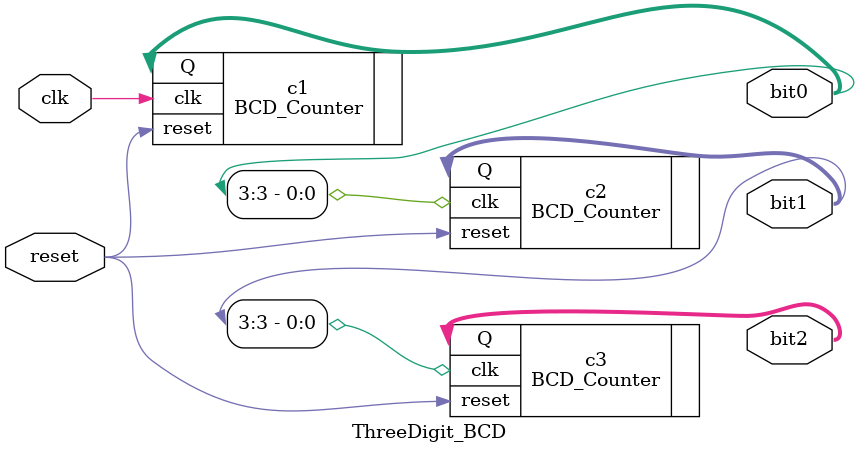
<source format=v>
`timescale 1ns / 1ps

module ThreeDigit_BCD (
	input wire clk,
	input wire reset,
	output wire [3:0] bit0, 
	output wire [3:0] bit1, 
	output wire [3:0] bit2
);

// 3 instances of BCD_Counter

BCD_Counter c1(.clk(clk),.reset(reset),.Q(bit0));
BCD_Counter c2(.clk(bit0[3]),.reset(reset),.Q(bit1));
BCD_Counter c3(.clk(bit1[3]),.reset(reset),.Q(bit2));

endmodule
</source>
